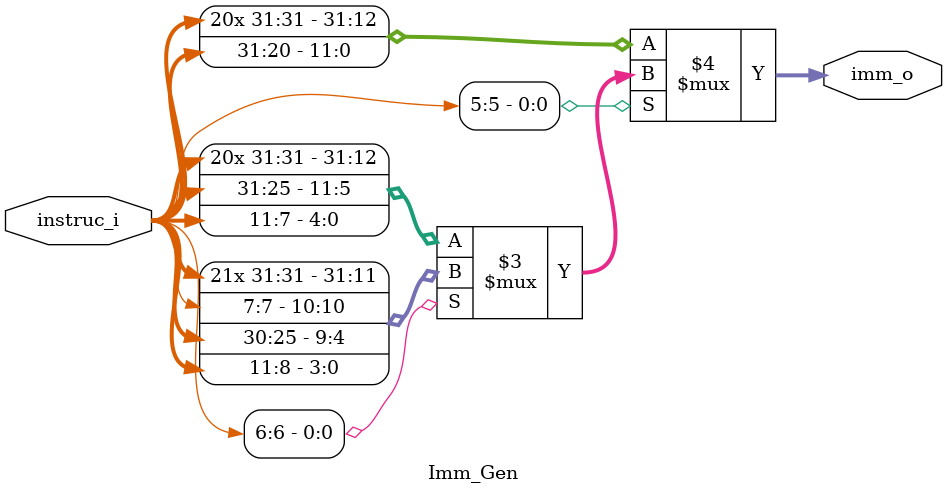
<source format=v>
module Imm_Gen
(
    instruc_i,
    imm_o
);

input  [31:0] instruc_i;
output [31:0] imm_o;

assign imm_o = (instruc_i[5] == 0) ? {{20{instruc_i[31]}}, instruc_i[31:20]} :
               (instruc_i[6] == 0) ? {{20{instruc_i[31]}}, instruc_i[31:25], instruc_i[11:7]} :
                                     {{20{instruc_i[31]}}, instruc_i[31], instruc_i[7], instruc_i[30:25], instruc_i[11:8]};

endmodule
</source>
